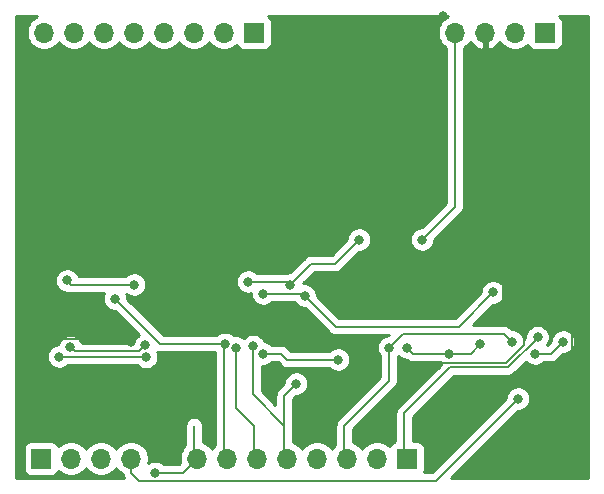
<source format=gbr>
%TF.GenerationSoftware,KiCad,Pcbnew,(5.1.10-1-10_14)*%
%TF.CreationDate,2021-09-22T20:52:25-04:00*%
%TF.ProjectId,SHIFT,53484946-542e-46b6-9963-61645f706362,rev?*%
%TF.SameCoordinates,Original*%
%TF.FileFunction,Copper,L2,Bot*%
%TF.FilePolarity,Positive*%
%FSLAX46Y46*%
G04 Gerber Fmt 4.6, Leading zero omitted, Abs format (unit mm)*
G04 Created by KiCad (PCBNEW (5.1.10-1-10_14)) date 2021-09-22 20:52:25*
%MOMM*%
%LPD*%
G01*
G04 APERTURE LIST*
%TA.AperFunction,ComponentPad*%
%ADD10R,1.700000X1.700000*%
%TD*%
%TA.AperFunction,ComponentPad*%
%ADD11O,1.700000X1.700000*%
%TD*%
%TA.AperFunction,ViaPad*%
%ADD12C,0.800000*%
%TD*%
%TA.AperFunction,Conductor*%
%ADD13C,0.200000*%
%TD*%
%TA.AperFunction,Conductor*%
%ADD14C,0.254000*%
%TD*%
%TA.AperFunction,Conductor*%
%ADD15C,0.100000*%
%TD*%
G04 APERTURE END LIST*
D10*
%TO.P,J4,1*%
%TO.N,SHIFT_SEL_0*%
X129794000Y-87884000D03*
D11*
%TO.P,J4,2*%
%TO.N,SHIFT_SEL_1*%
X132334000Y-87884000D03*
%TO.P,J4,3*%
%TO.N,ARITH_CARRY_OUT*%
X134874000Y-87884000D03*
%TO.P,J4,4*%
%TO.N,ARITH_CARRY_IN*%
X137414000Y-87884000D03*
%TD*%
%TO.P,J1,4*%
%TO.N,VCC*%
X164846000Y-51816000D03*
%TO.P,J1,3*%
%TO.N,GND*%
X167386000Y-51816000D03*
%TO.P,J1,2*%
%TO.N,LHS_IN*%
X169926000Y-51816000D03*
D10*
%TO.P,J1,1*%
%TO.N,CLOCK*%
X172466000Y-51816000D03*
%TD*%
D11*
%TO.P,J3,8*%
%TO.N,D7*%
X143002000Y-87884000D03*
%TO.P,J3,7*%
%TO.N,D6*%
X145542000Y-87884000D03*
%TO.P,J3,6*%
%TO.N,D5*%
X148082000Y-87884000D03*
%TO.P,J3,5*%
%TO.N,D4*%
X150622000Y-87884000D03*
%TO.P,J3,4*%
%TO.N,D3*%
X153162000Y-87884000D03*
%TO.P,J3,3*%
%TO.N,D2*%
X155702000Y-87884000D03*
%TO.P,J3,2*%
%TO.N,D1*%
X158242000Y-87884000D03*
D10*
%TO.P,J3,1*%
%TO.N,D0*%
X160782000Y-87884000D03*
%TD*%
D11*
%TO.P,J2,8*%
%TO.N,LHS7*%
X130048000Y-51816000D03*
%TO.P,J2,7*%
%TO.N,LHS6*%
X132588000Y-51816000D03*
%TO.P,J2,6*%
%TO.N,LHS5*%
X135128000Y-51816000D03*
%TO.P,J2,5*%
%TO.N,LHS4*%
X137668000Y-51816000D03*
%TO.P,J2,4*%
%TO.N,LHS3*%
X140208000Y-51816000D03*
%TO.P,J2,3*%
%TO.N,LHS2*%
X142748000Y-51816000D03*
%TO.P,J2,2*%
%TO.N,LHS1*%
X145288000Y-51816000D03*
D10*
%TO.P,J2,1*%
%TO.N,LHS0*%
X147828000Y-51816000D03*
%TD*%
D12*
%TO.N,VCC*%
X150876000Y-73152000D03*
X162052000Y-69342000D03*
X156718000Y-69342000D03*
X147320000Y-72898000D03*
X137668000Y-73152000D03*
X132000000Y-72800000D03*
%TO.N,GND*%
X133350000Y-77724000D03*
X129032000Y-79248000D03*
X128493775Y-77877835D03*
X129286000Y-71628000D03*
X171704000Y-69596000D03*
X168910000Y-69596000D03*
X163322000Y-80010000D03*
X137414000Y-77978000D03*
X157480000Y-74422000D03*
X173482000Y-82804000D03*
X152908000Y-82804000D03*
X149352000Y-82550000D03*
X163820000Y-50430000D03*
%TO.N,SHIFT_SEL_1*%
X164338000Y-78994000D03*
X148590000Y-78994000D03*
X154940000Y-79502000D03*
X166996108Y-78170010D03*
X131318000Y-79248000D03*
X160782000Y-78486000D03*
X138687820Y-79289848D03*
%TO.N,SHIFT_SEL_0*%
X148590000Y-73914000D03*
X152112696Y-74099290D03*
X132268268Y-78424010D03*
X138617328Y-78292324D03*
X168060000Y-73810000D03*
%TO.N,ARITH_CARRY_IN*%
X170180000Y-82804000D03*
%TO.N,Q1*%
X173990000Y-77978000D03*
X171619979Y-78997011D03*
%TO.N,D6*%
X145355305Y-78169769D03*
X136043179Y-74352841D03*
%TO.N,D7*%
X139446000Y-89092010D03*
%TO.N,D5*%
X146304000Y-78486000D03*
%TO.N,D4*%
X151384000Y-81534000D03*
X147736810Y-78358174D03*
%TO.N,D2*%
X159258000Y-78486000D03*
X169672000Y-77978000D03*
%TO.N,D0*%
X171831000Y-77597000D03*
%TD*%
D13*
%TO.N,VCC*%
X150876000Y-73152000D02*
X152654000Y-71374000D01*
X152654000Y-71374000D02*
X153162000Y-71374000D01*
X153162000Y-71374000D02*
X153416000Y-71374000D01*
X153416000Y-71374000D02*
X154686000Y-71374000D01*
X154686000Y-71374000D02*
X156718000Y-69342000D01*
X164846000Y-66548000D02*
X162052000Y-69342000D01*
X164846000Y-54356000D02*
X164846000Y-66548000D01*
X150622000Y-72898000D02*
X147320000Y-72898000D01*
X150876000Y-73152000D02*
X150622000Y-72898000D01*
X164846000Y-54356000D02*
X164846000Y-51816000D01*
X132352000Y-73152000D02*
X132000000Y-72800000D01*
X137668000Y-73152000D02*
X132352000Y-73152000D01*
%TO.N,GND*%
X133350000Y-77724000D02*
X128647610Y-77724000D01*
X128524000Y-78740000D02*
X128524000Y-77908060D01*
X128647610Y-77724000D02*
X128493775Y-77877835D01*
X128524000Y-77908060D02*
X128493775Y-77877835D01*
X128524000Y-78740000D02*
X129032000Y-79248000D01*
X133350000Y-77724000D02*
X133350000Y-76708000D01*
X133350000Y-76708000D02*
X129286000Y-72644000D01*
X129286000Y-72644000D02*
X129286000Y-71628000D01*
X171704000Y-69596000D02*
X168910000Y-69596000D01*
X168910000Y-75184000D02*
X170688000Y-76962000D01*
X170688000Y-76962000D02*
X170688000Y-78232000D01*
X170688000Y-78232000D02*
X169164000Y-79756000D01*
X169164000Y-79756000D02*
X163830000Y-79756000D01*
X163576000Y-80010000D02*
X163322000Y-80010000D01*
X163830000Y-79756000D02*
X163576000Y-80010000D01*
X137160000Y-77724000D02*
X137414000Y-77978000D01*
X133350000Y-77724000D02*
X137160000Y-77724000D01*
X157480000Y-74422000D02*
X160020000Y-74422000D01*
X164846000Y-69596000D02*
X168910000Y-69596000D01*
X160020000Y-74422000D02*
X164846000Y-69596000D01*
X173482000Y-82804000D02*
X173482000Y-80264000D01*
X173482000Y-80264000D02*
X174752000Y-78994000D01*
X174752000Y-78994000D02*
X174752000Y-77216000D01*
X174752000Y-77216000D02*
X172974000Y-75438000D01*
X170434000Y-75438000D02*
X168910000Y-73914000D01*
X172974000Y-75438000D02*
X170434000Y-75438000D01*
X168910000Y-73914000D02*
X168910000Y-75184000D01*
X168910000Y-69596000D02*
X168910000Y-73914000D01*
X152908000Y-82804000D02*
X152908000Y-81026000D01*
X152908000Y-81026000D02*
X152654000Y-81026000D01*
X152654000Y-81026000D02*
X152146000Y-80518000D01*
X152146000Y-80518000D02*
X151130000Y-80518000D01*
X151130000Y-80518000D02*
X149352000Y-82296000D01*
X149352000Y-82296000D02*
X149352000Y-82550000D01*
%TO.N,SHIFT_SEL_1*%
X148590000Y-78994000D02*
X150114000Y-78994000D01*
X150114000Y-78994000D02*
X150622000Y-79502000D01*
X150622000Y-79502000D02*
X154940000Y-79502000D01*
X164338000Y-78994000D02*
X166172118Y-78994000D01*
X166172118Y-78994000D02*
X166996108Y-78170010D01*
X161290000Y-78994000D02*
X164338000Y-78994000D01*
X160782000Y-78486000D02*
X161290000Y-78994000D01*
X138645972Y-79248000D02*
X138687820Y-79289848D01*
X131318000Y-79248000D02*
X138645972Y-79248000D01*
%TO.N,SHIFT_SEL_0*%
X151927406Y-73914000D02*
X152112696Y-74099290D01*
X148590000Y-73914000D02*
X151927406Y-73914000D01*
X132268268Y-78424010D02*
X132668267Y-78824009D01*
X132668267Y-78824009D02*
X138085643Y-78824009D01*
X138085643Y-78824009D02*
X138617328Y-78292324D01*
X154721406Y-76708000D02*
X165162000Y-76708000D01*
X152112696Y-74099290D02*
X154721406Y-76708000D01*
X165162000Y-76708000D02*
X168060000Y-73810000D01*
%TO.N,ARITH_CARRY_IN*%
X137414000Y-89086081D02*
X137414000Y-87884000D01*
X170180000Y-82804000D02*
X163191989Y-89792011D01*
X138119930Y-89792011D02*
X137414000Y-89086081D01*
X163191989Y-89792011D02*
X138119930Y-89792011D01*
%TO.N,Q1*%
X173990000Y-77978000D02*
X172970989Y-78997011D01*
X172970989Y-78997011D02*
X171619979Y-78997011D01*
%TO.N,D6*%
X139860107Y-78169769D02*
X136043179Y-74352841D01*
X145355305Y-78169769D02*
X139860107Y-78169769D01*
X145288000Y-87630000D02*
X145542000Y-87884000D01*
X145288000Y-78237074D02*
X145288000Y-87630000D01*
X145355305Y-78169769D02*
X145288000Y-78237074D01*
%TO.N,D7*%
X142748000Y-88138000D02*
X141793990Y-89092010D01*
X141793990Y-89092010D02*
X139446000Y-89092010D01*
X142748000Y-85090000D02*
X142748000Y-88138000D01*
%TO.N,D5*%
X146304000Y-83566000D02*
X147828000Y-85090000D01*
X146304000Y-78486000D02*
X146304000Y-83566000D01*
X147828000Y-87630000D02*
X148082000Y-87884000D01*
X147828000Y-85090000D02*
X147828000Y-87630000D01*
%TO.N,D4*%
X150368000Y-82550000D02*
X150368000Y-85090000D01*
X151384000Y-81534000D02*
X150368000Y-82550000D01*
X150368000Y-85090000D02*
X147736810Y-82458810D01*
X147736810Y-82458810D02*
X147736810Y-78358174D01*
X150368000Y-87630000D02*
X150622000Y-87884000D01*
X150368000Y-85090000D02*
X150368000Y-87630000D01*
%TO.N,D2*%
X159258000Y-81280000D02*
X155448000Y-85090000D01*
X159258000Y-78486000D02*
X159258000Y-81280000D01*
X169018001Y-77324001D02*
X169672000Y-77978000D01*
X160419999Y-77324001D02*
X169018001Y-77324001D01*
X159258000Y-78486000D02*
X160419999Y-77324001D01*
X155448000Y-87630000D02*
X155702000Y-87884000D01*
X155448000Y-85090000D02*
X155448000Y-87630000D01*
%TO.N,D0*%
X171958000Y-77470000D02*
X171831000Y-77597000D01*
X171831000Y-77654700D02*
X169329689Y-80156011D01*
X160528000Y-84040000D02*
X160528000Y-87630000D01*
X164411989Y-80156011D02*
X160528000Y-84040000D01*
X169329689Y-80156011D02*
X164411989Y-80156011D01*
X160528000Y-87630000D02*
X160782000Y-87884000D01*
X171831000Y-77597000D02*
X171831000Y-77654700D01*
%TD*%
D14*
%TO.N,GND*%
X129344589Y-50500010D02*
X129101368Y-50662525D01*
X128894525Y-50869368D01*
X128732010Y-51112589D01*
X128620068Y-51382842D01*
X128563000Y-51669740D01*
X128563000Y-51962260D01*
X128620068Y-52249158D01*
X128732010Y-52519411D01*
X128894525Y-52762632D01*
X129101368Y-52969475D01*
X129344589Y-53131990D01*
X129614842Y-53243932D01*
X129901740Y-53301000D01*
X130194260Y-53301000D01*
X130481158Y-53243932D01*
X130751411Y-53131990D01*
X130994632Y-52969475D01*
X131201475Y-52762632D01*
X131318000Y-52588240D01*
X131434525Y-52762632D01*
X131641368Y-52969475D01*
X131884589Y-53131990D01*
X132154842Y-53243932D01*
X132441740Y-53301000D01*
X132734260Y-53301000D01*
X133021158Y-53243932D01*
X133291411Y-53131990D01*
X133534632Y-52969475D01*
X133741475Y-52762632D01*
X133858000Y-52588240D01*
X133974525Y-52762632D01*
X134181368Y-52969475D01*
X134424589Y-53131990D01*
X134694842Y-53243932D01*
X134981740Y-53301000D01*
X135274260Y-53301000D01*
X135561158Y-53243932D01*
X135831411Y-53131990D01*
X136074632Y-52969475D01*
X136281475Y-52762632D01*
X136398000Y-52588240D01*
X136514525Y-52762632D01*
X136721368Y-52969475D01*
X136964589Y-53131990D01*
X137234842Y-53243932D01*
X137521740Y-53301000D01*
X137814260Y-53301000D01*
X138101158Y-53243932D01*
X138371411Y-53131990D01*
X138614632Y-52969475D01*
X138821475Y-52762632D01*
X138938000Y-52588240D01*
X139054525Y-52762632D01*
X139261368Y-52969475D01*
X139504589Y-53131990D01*
X139774842Y-53243932D01*
X140061740Y-53301000D01*
X140354260Y-53301000D01*
X140641158Y-53243932D01*
X140911411Y-53131990D01*
X141154632Y-52969475D01*
X141361475Y-52762632D01*
X141478000Y-52588240D01*
X141594525Y-52762632D01*
X141801368Y-52969475D01*
X142044589Y-53131990D01*
X142314842Y-53243932D01*
X142601740Y-53301000D01*
X142894260Y-53301000D01*
X143181158Y-53243932D01*
X143451411Y-53131990D01*
X143694632Y-52969475D01*
X143901475Y-52762632D01*
X144018000Y-52588240D01*
X144134525Y-52762632D01*
X144341368Y-52969475D01*
X144584589Y-53131990D01*
X144854842Y-53243932D01*
X145141740Y-53301000D01*
X145434260Y-53301000D01*
X145721158Y-53243932D01*
X145991411Y-53131990D01*
X146234632Y-52969475D01*
X146366487Y-52837620D01*
X146388498Y-52910180D01*
X146447463Y-53020494D01*
X146526815Y-53117185D01*
X146623506Y-53196537D01*
X146733820Y-53255502D01*
X146853518Y-53291812D01*
X146978000Y-53304072D01*
X148678000Y-53304072D01*
X148802482Y-53291812D01*
X148922180Y-53255502D01*
X149032494Y-53196537D01*
X149129185Y-53117185D01*
X149208537Y-53020494D01*
X149267502Y-52910180D01*
X149303812Y-52790482D01*
X149316072Y-52666000D01*
X149316072Y-50966000D01*
X149303812Y-50841518D01*
X149267502Y-50721820D01*
X149208537Y-50611506D01*
X149129185Y-50514815D01*
X149042896Y-50444000D01*
X164277810Y-50444000D01*
X164142589Y-50500010D01*
X163899368Y-50662525D01*
X163692525Y-50869368D01*
X163530010Y-51112589D01*
X163418068Y-51382842D01*
X163361000Y-51669740D01*
X163361000Y-51962260D01*
X163418068Y-52249158D01*
X163530010Y-52519411D01*
X163692525Y-52762632D01*
X163899368Y-52969475D01*
X164111000Y-53110883D01*
X164111000Y-54319896D01*
X164111001Y-66243552D01*
X162047554Y-68307000D01*
X161950061Y-68307000D01*
X161750102Y-68346774D01*
X161561744Y-68424795D01*
X161392226Y-68538063D01*
X161248063Y-68682226D01*
X161134795Y-68851744D01*
X161056774Y-69040102D01*
X161017000Y-69240061D01*
X161017000Y-69443939D01*
X161056774Y-69643898D01*
X161134795Y-69832256D01*
X161248063Y-70001774D01*
X161392226Y-70145937D01*
X161561744Y-70259205D01*
X161750102Y-70337226D01*
X161950061Y-70377000D01*
X162153939Y-70377000D01*
X162353898Y-70337226D01*
X162542256Y-70259205D01*
X162711774Y-70145937D01*
X162855937Y-70001774D01*
X162969205Y-69832256D01*
X163047226Y-69643898D01*
X163087000Y-69443939D01*
X163087000Y-69346446D01*
X165340193Y-67093254D01*
X165368238Y-67070238D01*
X165460087Y-66958320D01*
X165528337Y-66830634D01*
X165570365Y-66692085D01*
X165584556Y-66548000D01*
X165581000Y-66511895D01*
X165581000Y-53110883D01*
X165792632Y-52969475D01*
X165999475Y-52762632D01*
X166121195Y-52580466D01*
X166190822Y-52697355D01*
X166385731Y-52913588D01*
X166619080Y-53087641D01*
X166881901Y-53212825D01*
X167029110Y-53257476D01*
X167259000Y-53136155D01*
X167259000Y-51943000D01*
X167239000Y-51943000D01*
X167239000Y-51689000D01*
X167259000Y-51689000D01*
X167259000Y-51669000D01*
X167513000Y-51669000D01*
X167513000Y-51689000D01*
X167533000Y-51689000D01*
X167533000Y-51943000D01*
X167513000Y-51943000D01*
X167513000Y-53136155D01*
X167742890Y-53257476D01*
X167890099Y-53212825D01*
X168152920Y-53087641D01*
X168386269Y-52913588D01*
X168581178Y-52697355D01*
X168650805Y-52580466D01*
X168772525Y-52762632D01*
X168979368Y-52969475D01*
X169222589Y-53131990D01*
X169492842Y-53243932D01*
X169779740Y-53301000D01*
X170072260Y-53301000D01*
X170359158Y-53243932D01*
X170629411Y-53131990D01*
X170872632Y-52969475D01*
X171004487Y-52837620D01*
X171026498Y-52910180D01*
X171085463Y-53020494D01*
X171164815Y-53117185D01*
X171261506Y-53196537D01*
X171371820Y-53255502D01*
X171491518Y-53291812D01*
X171616000Y-53304072D01*
X173316000Y-53304072D01*
X173440482Y-53291812D01*
X173560180Y-53255502D01*
X173670494Y-53196537D01*
X173767185Y-53117185D01*
X173846537Y-53020494D01*
X173905502Y-52910180D01*
X173941812Y-52790482D01*
X173954072Y-52666000D01*
X173954072Y-50966000D01*
X173941812Y-50841518D01*
X173905502Y-50721820D01*
X173846537Y-50611506D01*
X173767185Y-50514815D01*
X173680896Y-50444000D01*
X176124000Y-50444000D01*
X176124001Y-52037572D01*
X176124000Y-52037582D01*
X176124001Y-89510000D01*
X164513446Y-89510000D01*
X170184447Y-83839000D01*
X170281939Y-83839000D01*
X170481898Y-83799226D01*
X170670256Y-83721205D01*
X170839774Y-83607937D01*
X170983937Y-83463774D01*
X171097205Y-83294256D01*
X171175226Y-83105898D01*
X171215000Y-82905939D01*
X171215000Y-82702061D01*
X171175226Y-82502102D01*
X171097205Y-82313744D01*
X170983937Y-82144226D01*
X170839774Y-82000063D01*
X170670256Y-81886795D01*
X170481898Y-81808774D01*
X170281939Y-81769000D01*
X170078061Y-81769000D01*
X169878102Y-81808774D01*
X169689744Y-81886795D01*
X169520226Y-82000063D01*
X169376063Y-82144226D01*
X169262795Y-82313744D01*
X169184774Y-82502102D01*
X169145000Y-82702061D01*
X169145000Y-82799553D01*
X162887543Y-89057011D01*
X162179365Y-89057011D01*
X162221502Y-88978180D01*
X162257812Y-88858482D01*
X162270072Y-88734000D01*
X162270072Y-87034000D01*
X162257812Y-86909518D01*
X162221502Y-86789820D01*
X162162537Y-86679506D01*
X162083185Y-86582815D01*
X161986494Y-86503463D01*
X161876180Y-86444498D01*
X161756482Y-86408188D01*
X161632000Y-86395928D01*
X161263000Y-86395928D01*
X161263000Y-84344446D01*
X164716436Y-80891011D01*
X169293584Y-80891011D01*
X169329689Y-80894567D01*
X169365794Y-80891011D01*
X169473774Y-80880376D01*
X169612322Y-80838348D01*
X169740009Y-80770098D01*
X169851927Y-80678249D01*
X169874948Y-80650199D01*
X170842202Y-79682945D01*
X170960205Y-79800948D01*
X171129723Y-79914216D01*
X171318081Y-79992237D01*
X171518040Y-80032011D01*
X171721918Y-80032011D01*
X171921877Y-79992237D01*
X172110235Y-79914216D01*
X172279753Y-79800948D01*
X172348690Y-79732011D01*
X172934884Y-79732011D01*
X172970989Y-79735567D01*
X173007094Y-79732011D01*
X173115074Y-79721376D01*
X173253622Y-79679348D01*
X173381309Y-79611098D01*
X173493227Y-79519249D01*
X173516247Y-79491199D01*
X173994446Y-79013000D01*
X174091939Y-79013000D01*
X174291898Y-78973226D01*
X174480256Y-78895205D01*
X174649774Y-78781937D01*
X174793937Y-78637774D01*
X174907205Y-78468256D01*
X174985226Y-78279898D01*
X175025000Y-78079939D01*
X175025000Y-77876061D01*
X174985226Y-77676102D01*
X174907205Y-77487744D01*
X174793937Y-77318226D01*
X174649774Y-77174063D01*
X174480256Y-77060795D01*
X174291898Y-76982774D01*
X174091939Y-76943000D01*
X173888061Y-76943000D01*
X173688102Y-76982774D01*
X173499744Y-77060795D01*
X173330226Y-77174063D01*
X173186063Y-77318226D01*
X173072795Y-77487744D01*
X172994774Y-77676102D01*
X172955000Y-77876061D01*
X172955000Y-77973554D01*
X172666543Y-78262011D01*
X172629700Y-78262011D01*
X172634937Y-78256774D01*
X172748205Y-78087256D01*
X172826226Y-77898898D01*
X172866000Y-77698939D01*
X172866000Y-77495061D01*
X172826226Y-77295102D01*
X172748205Y-77106744D01*
X172634937Y-76937226D01*
X172490774Y-76793063D01*
X172321256Y-76679795D01*
X172132898Y-76601774D01*
X171932939Y-76562000D01*
X171729061Y-76562000D01*
X171529102Y-76601774D01*
X171340744Y-76679795D01*
X171171226Y-76793063D01*
X171027063Y-76937226D01*
X170913795Y-77106744D01*
X170835774Y-77295102D01*
X170796000Y-77495061D01*
X170796000Y-77650253D01*
X170684302Y-77761951D01*
X170667226Y-77676102D01*
X170589205Y-77487744D01*
X170475937Y-77318226D01*
X170331774Y-77174063D01*
X170162256Y-77060795D01*
X169973898Y-76982774D01*
X169773939Y-76943000D01*
X169676446Y-76943000D01*
X169563259Y-76829813D01*
X169540239Y-76801763D01*
X169428321Y-76709914D01*
X169300634Y-76641664D01*
X169162086Y-76599636D01*
X169054106Y-76589001D01*
X169018001Y-76585445D01*
X168981896Y-76589001D01*
X166320445Y-76589001D01*
X168064447Y-74845000D01*
X168161939Y-74845000D01*
X168361898Y-74805226D01*
X168550256Y-74727205D01*
X168719774Y-74613937D01*
X168863937Y-74469774D01*
X168977205Y-74300256D01*
X169055226Y-74111898D01*
X169095000Y-73911939D01*
X169095000Y-73708061D01*
X169055226Y-73508102D01*
X168977205Y-73319744D01*
X168863937Y-73150226D01*
X168719774Y-73006063D01*
X168550256Y-72892795D01*
X168361898Y-72814774D01*
X168161939Y-72775000D01*
X167958061Y-72775000D01*
X167758102Y-72814774D01*
X167569744Y-72892795D01*
X167400226Y-73006063D01*
X167256063Y-73150226D01*
X167142795Y-73319744D01*
X167064774Y-73508102D01*
X167025000Y-73708061D01*
X167025000Y-73805553D01*
X164857554Y-75973000D01*
X155025853Y-75973000D01*
X153147696Y-74094844D01*
X153147696Y-73997351D01*
X153107922Y-73797392D01*
X153029901Y-73609034D01*
X152916633Y-73439516D01*
X152772470Y-73295353D01*
X152602952Y-73182085D01*
X152414594Y-73104064D01*
X152214635Y-73064290D01*
X152010757Y-73064290D01*
X152001269Y-73066177D01*
X152958447Y-72109000D01*
X154649895Y-72109000D01*
X154686000Y-72112556D01*
X154722105Y-72109000D01*
X154830085Y-72098365D01*
X154968633Y-72056337D01*
X155096320Y-71988087D01*
X155208238Y-71896238D01*
X155231258Y-71868188D01*
X156722447Y-70377000D01*
X156819939Y-70377000D01*
X157019898Y-70337226D01*
X157208256Y-70259205D01*
X157377774Y-70145937D01*
X157521937Y-70001774D01*
X157635205Y-69832256D01*
X157713226Y-69643898D01*
X157753000Y-69443939D01*
X157753000Y-69240061D01*
X157713226Y-69040102D01*
X157635205Y-68851744D01*
X157521937Y-68682226D01*
X157377774Y-68538063D01*
X157208256Y-68424795D01*
X157019898Y-68346774D01*
X156819939Y-68307000D01*
X156616061Y-68307000D01*
X156416102Y-68346774D01*
X156227744Y-68424795D01*
X156058226Y-68538063D01*
X155914063Y-68682226D01*
X155800795Y-68851744D01*
X155722774Y-69040102D01*
X155683000Y-69240061D01*
X155683000Y-69337553D01*
X154381554Y-70639000D01*
X152690105Y-70639000D01*
X152654000Y-70635444D01*
X152509915Y-70649635D01*
X152371366Y-70691663D01*
X152243680Y-70759913D01*
X152131762Y-70851762D01*
X152108746Y-70879807D01*
X150871554Y-72117000D01*
X150774061Y-72117000D01*
X150574102Y-72156774D01*
X150559071Y-72163000D01*
X148048711Y-72163000D01*
X147979774Y-72094063D01*
X147810256Y-71980795D01*
X147621898Y-71902774D01*
X147421939Y-71863000D01*
X147218061Y-71863000D01*
X147018102Y-71902774D01*
X146829744Y-71980795D01*
X146660226Y-72094063D01*
X146516063Y-72238226D01*
X146402795Y-72407744D01*
X146324774Y-72596102D01*
X146285000Y-72796061D01*
X146285000Y-72999939D01*
X146324774Y-73199898D01*
X146402795Y-73388256D01*
X146516063Y-73557774D01*
X146660226Y-73701937D01*
X146829744Y-73815205D01*
X147018102Y-73893226D01*
X147218061Y-73933000D01*
X147421939Y-73933000D01*
X147555000Y-73906533D01*
X147555000Y-74015939D01*
X147594774Y-74215898D01*
X147672795Y-74404256D01*
X147786063Y-74573774D01*
X147930226Y-74717937D01*
X148099744Y-74831205D01*
X148288102Y-74909226D01*
X148488061Y-74949000D01*
X148691939Y-74949000D01*
X148891898Y-74909226D01*
X149080256Y-74831205D01*
X149249774Y-74717937D01*
X149318711Y-74649000D01*
X151235217Y-74649000D01*
X151308759Y-74759064D01*
X151452922Y-74903227D01*
X151622440Y-75016495D01*
X151810798Y-75094516D01*
X152010757Y-75134290D01*
X152108250Y-75134290D01*
X154176152Y-77202193D01*
X154199168Y-77230238D01*
X154311086Y-77322087D01*
X154438773Y-77390337D01*
X154535292Y-77419616D01*
X154577320Y-77432365D01*
X154721405Y-77446556D01*
X154757510Y-77443000D01*
X159261554Y-77443000D01*
X159253554Y-77451000D01*
X159156061Y-77451000D01*
X158956102Y-77490774D01*
X158767744Y-77568795D01*
X158598226Y-77682063D01*
X158454063Y-77826226D01*
X158340795Y-77995744D01*
X158262774Y-78184102D01*
X158223000Y-78384061D01*
X158223000Y-78587939D01*
X158262774Y-78787898D01*
X158340795Y-78976256D01*
X158454063Y-79145774D01*
X158523000Y-79214711D01*
X158523001Y-80975552D01*
X154953808Y-84544746D01*
X154925762Y-84567763D01*
X154833913Y-84679681D01*
X154765663Y-84807368D01*
X154736384Y-84903887D01*
X154723635Y-84945915D01*
X154709444Y-85090000D01*
X154713000Y-85126105D01*
X154713001Y-86772892D01*
X154548525Y-86937368D01*
X154432000Y-87111760D01*
X154315475Y-86937368D01*
X154108632Y-86730525D01*
X153865411Y-86568010D01*
X153595158Y-86456068D01*
X153308260Y-86399000D01*
X153015740Y-86399000D01*
X152728842Y-86456068D01*
X152458589Y-86568010D01*
X152215368Y-86730525D01*
X152008525Y-86937368D01*
X151892000Y-87111760D01*
X151775475Y-86937368D01*
X151568632Y-86730525D01*
X151325411Y-86568010D01*
X151103000Y-86475885D01*
X151103000Y-85126105D01*
X151106556Y-85090000D01*
X151103000Y-85053895D01*
X151103000Y-82854446D01*
X151388446Y-82569000D01*
X151485939Y-82569000D01*
X151685898Y-82529226D01*
X151874256Y-82451205D01*
X152043774Y-82337937D01*
X152187937Y-82193774D01*
X152301205Y-82024256D01*
X152379226Y-81835898D01*
X152419000Y-81635939D01*
X152419000Y-81432061D01*
X152379226Y-81232102D01*
X152301205Y-81043744D01*
X152187937Y-80874226D01*
X152043774Y-80730063D01*
X151874256Y-80616795D01*
X151685898Y-80538774D01*
X151485939Y-80499000D01*
X151282061Y-80499000D01*
X151082102Y-80538774D01*
X150893744Y-80616795D01*
X150724226Y-80730063D01*
X150580063Y-80874226D01*
X150466795Y-81043744D01*
X150388774Y-81232102D01*
X150349000Y-81432061D01*
X150349000Y-81529554D01*
X149873808Y-82004746D01*
X149845762Y-82027763D01*
X149753913Y-82139681D01*
X149685663Y-82267368D01*
X149664256Y-82337937D01*
X149643635Y-82405915D01*
X149629444Y-82550000D01*
X149633000Y-82586105D01*
X149633000Y-83315554D01*
X148471810Y-82154364D01*
X148471810Y-80025768D01*
X148488061Y-80029000D01*
X148691939Y-80029000D01*
X148891898Y-79989226D01*
X149080256Y-79911205D01*
X149249774Y-79797937D01*
X149318711Y-79729000D01*
X149809554Y-79729000D01*
X150076746Y-79996192D01*
X150099762Y-80024238D01*
X150211680Y-80116087D01*
X150339367Y-80184337D01*
X150477915Y-80226365D01*
X150585895Y-80237000D01*
X150585904Y-80237000D01*
X150621999Y-80240555D01*
X150658094Y-80237000D01*
X154211289Y-80237000D01*
X154280226Y-80305937D01*
X154449744Y-80419205D01*
X154638102Y-80497226D01*
X154838061Y-80537000D01*
X155041939Y-80537000D01*
X155241898Y-80497226D01*
X155430256Y-80419205D01*
X155599774Y-80305937D01*
X155743937Y-80161774D01*
X155857205Y-79992256D01*
X155935226Y-79803898D01*
X155975000Y-79603939D01*
X155975000Y-79400061D01*
X155935226Y-79200102D01*
X155857205Y-79011744D01*
X155743937Y-78842226D01*
X155599774Y-78698063D01*
X155430256Y-78584795D01*
X155241898Y-78506774D01*
X155041939Y-78467000D01*
X154838061Y-78467000D01*
X154638102Y-78506774D01*
X154449744Y-78584795D01*
X154280226Y-78698063D01*
X154211289Y-78767000D01*
X150926447Y-78767000D01*
X150659258Y-78499812D01*
X150636238Y-78471762D01*
X150524320Y-78379913D01*
X150396633Y-78311663D01*
X150258085Y-78269635D01*
X150150105Y-78259000D01*
X150114000Y-78255444D01*
X150077895Y-78259000D01*
X149318711Y-78259000D01*
X149249774Y-78190063D01*
X149080256Y-78076795D01*
X148891898Y-77998774D01*
X148691939Y-77959000D01*
X148691743Y-77959000D01*
X148654015Y-77867918D01*
X148540747Y-77698400D01*
X148396584Y-77554237D01*
X148227066Y-77440969D01*
X148038708Y-77362948D01*
X147838749Y-77323174D01*
X147634871Y-77323174D01*
X147434912Y-77362948D01*
X147246554Y-77440969D01*
X147077036Y-77554237D01*
X146955044Y-77676229D01*
X146794256Y-77568795D01*
X146605898Y-77490774D01*
X146405939Y-77451000D01*
X146202061Y-77451000D01*
X146117139Y-77467892D01*
X146015079Y-77365832D01*
X145845561Y-77252564D01*
X145657203Y-77174543D01*
X145457244Y-77134769D01*
X145253366Y-77134769D01*
X145053407Y-77174543D01*
X144865049Y-77252564D01*
X144695531Y-77365832D01*
X144626594Y-77434769D01*
X140164554Y-77434769D01*
X137078179Y-74348395D01*
X137078179Y-74250902D01*
X137038405Y-74050943D01*
X136992565Y-73940276D01*
X137008226Y-73955937D01*
X137177744Y-74069205D01*
X137366102Y-74147226D01*
X137566061Y-74187000D01*
X137769939Y-74187000D01*
X137969898Y-74147226D01*
X138158256Y-74069205D01*
X138327774Y-73955937D01*
X138471937Y-73811774D01*
X138585205Y-73642256D01*
X138663226Y-73453898D01*
X138703000Y-73253939D01*
X138703000Y-73050061D01*
X138663226Y-72850102D01*
X138585205Y-72661744D01*
X138471937Y-72492226D01*
X138327774Y-72348063D01*
X138158256Y-72234795D01*
X137969898Y-72156774D01*
X137769939Y-72117000D01*
X137566061Y-72117000D01*
X137366102Y-72156774D01*
X137177744Y-72234795D01*
X137008226Y-72348063D01*
X136939289Y-72417000D01*
X132961632Y-72417000D01*
X132917205Y-72309744D01*
X132803937Y-72140226D01*
X132659774Y-71996063D01*
X132490256Y-71882795D01*
X132301898Y-71804774D01*
X132101939Y-71765000D01*
X131898061Y-71765000D01*
X131698102Y-71804774D01*
X131509744Y-71882795D01*
X131340226Y-71996063D01*
X131196063Y-72140226D01*
X131082795Y-72309744D01*
X131004774Y-72498102D01*
X130965000Y-72698061D01*
X130965000Y-72901939D01*
X131004774Y-73101898D01*
X131082795Y-73290256D01*
X131196063Y-73459774D01*
X131340226Y-73603937D01*
X131509744Y-73717205D01*
X131698102Y-73795226D01*
X131898061Y-73835000D01*
X132071553Y-73835000D01*
X132162488Y-73862585D01*
X132207914Y-73876365D01*
X132222132Y-73877765D01*
X132315895Y-73887000D01*
X132315902Y-73887000D01*
X132351999Y-73890555D01*
X132388096Y-73887000D01*
X135115861Y-73887000D01*
X135047953Y-74050943D01*
X135008179Y-74250902D01*
X135008179Y-74454780D01*
X135047953Y-74654739D01*
X135125974Y-74843097D01*
X135239242Y-75012615D01*
X135383405Y-75156778D01*
X135552923Y-75270046D01*
X135741281Y-75348067D01*
X135941240Y-75387841D01*
X136038733Y-75387841D01*
X138066490Y-77415599D01*
X137957554Y-77488387D01*
X137813391Y-77632550D01*
X137700123Y-77802068D01*
X137622102Y-77990426D01*
X137602493Y-78089009D01*
X133249782Y-78089009D01*
X133185473Y-77933754D01*
X133072205Y-77764236D01*
X132928042Y-77620073D01*
X132758524Y-77506805D01*
X132570166Y-77428784D01*
X132370207Y-77389010D01*
X132166329Y-77389010D01*
X131966370Y-77428784D01*
X131778012Y-77506805D01*
X131608494Y-77620073D01*
X131464331Y-77764236D01*
X131351063Y-77933754D01*
X131273042Y-78122112D01*
X131254963Y-78213000D01*
X131216061Y-78213000D01*
X131016102Y-78252774D01*
X130827744Y-78330795D01*
X130658226Y-78444063D01*
X130514063Y-78588226D01*
X130400795Y-78757744D01*
X130322774Y-78946102D01*
X130283000Y-79146061D01*
X130283000Y-79349939D01*
X130322774Y-79549898D01*
X130400795Y-79738256D01*
X130514063Y-79907774D01*
X130658226Y-80051937D01*
X130827744Y-80165205D01*
X131016102Y-80243226D01*
X131216061Y-80283000D01*
X131419939Y-80283000D01*
X131619898Y-80243226D01*
X131808256Y-80165205D01*
X131977774Y-80051937D01*
X132046711Y-79983000D01*
X137917261Y-79983000D01*
X138028046Y-80093785D01*
X138197564Y-80207053D01*
X138385922Y-80285074D01*
X138585881Y-80324848D01*
X138789759Y-80324848D01*
X138989718Y-80285074D01*
X139178076Y-80207053D01*
X139347594Y-80093785D01*
X139491757Y-79949622D01*
X139605025Y-79780104D01*
X139683046Y-79591746D01*
X139722820Y-79391787D01*
X139722820Y-79187909D01*
X139683046Y-78987950D01*
X139633862Y-78869211D01*
X139716022Y-78894134D01*
X139824002Y-78904769D01*
X139824011Y-78904769D01*
X139860106Y-78908324D01*
X139896201Y-78904769D01*
X144553000Y-78904769D01*
X144553001Y-86772892D01*
X144388525Y-86937368D01*
X144272000Y-87111760D01*
X144155475Y-86937368D01*
X143948632Y-86730525D01*
X143705411Y-86568010D01*
X143483000Y-86475885D01*
X143483000Y-85053895D01*
X143472365Y-84945915D01*
X143430337Y-84807367D01*
X143362087Y-84679680D01*
X143270237Y-84567762D01*
X143158319Y-84475913D01*
X143030632Y-84407663D01*
X142892084Y-84365635D01*
X142748000Y-84351444D01*
X142603915Y-84365635D01*
X142465367Y-84407663D01*
X142337680Y-84475913D01*
X142225762Y-84567763D01*
X142133913Y-84679681D01*
X142065663Y-84807368D01*
X142023635Y-84945916D01*
X142013000Y-85053896D01*
X142013001Y-86772892D01*
X141848525Y-86937368D01*
X141686010Y-87180589D01*
X141574068Y-87450842D01*
X141517000Y-87737740D01*
X141517000Y-88030260D01*
X141566656Y-88279897D01*
X141489544Y-88357010D01*
X140174711Y-88357010D01*
X140105774Y-88288073D01*
X139936256Y-88174805D01*
X139747898Y-88096784D01*
X139547939Y-88057010D01*
X139344061Y-88057010D01*
X139144102Y-88096784D01*
X138955744Y-88174805D01*
X138857143Y-88240688D01*
X138899000Y-88030260D01*
X138899000Y-87737740D01*
X138841932Y-87450842D01*
X138729990Y-87180589D01*
X138567475Y-86937368D01*
X138360632Y-86730525D01*
X138117411Y-86568010D01*
X137847158Y-86456068D01*
X137560260Y-86399000D01*
X137267740Y-86399000D01*
X136980842Y-86456068D01*
X136710589Y-86568010D01*
X136467368Y-86730525D01*
X136260525Y-86937368D01*
X136144000Y-87111760D01*
X136027475Y-86937368D01*
X135820632Y-86730525D01*
X135577411Y-86568010D01*
X135307158Y-86456068D01*
X135020260Y-86399000D01*
X134727740Y-86399000D01*
X134440842Y-86456068D01*
X134170589Y-86568010D01*
X133927368Y-86730525D01*
X133720525Y-86937368D01*
X133604000Y-87111760D01*
X133487475Y-86937368D01*
X133280632Y-86730525D01*
X133037411Y-86568010D01*
X132767158Y-86456068D01*
X132480260Y-86399000D01*
X132187740Y-86399000D01*
X131900842Y-86456068D01*
X131630589Y-86568010D01*
X131387368Y-86730525D01*
X131255513Y-86862380D01*
X131233502Y-86789820D01*
X131174537Y-86679506D01*
X131095185Y-86582815D01*
X130998494Y-86503463D01*
X130888180Y-86444498D01*
X130768482Y-86408188D01*
X130644000Y-86395928D01*
X128944000Y-86395928D01*
X128819518Y-86408188D01*
X128699820Y-86444498D01*
X128589506Y-86503463D01*
X128492815Y-86582815D01*
X128413463Y-86679506D01*
X128354498Y-86789820D01*
X128318188Y-86909518D01*
X128305928Y-87034000D01*
X128305928Y-88734000D01*
X128318188Y-88858482D01*
X128354498Y-88978180D01*
X128413463Y-89088494D01*
X128492815Y-89185185D01*
X128589506Y-89264537D01*
X128699820Y-89323502D01*
X128819518Y-89359812D01*
X128944000Y-89372072D01*
X130644000Y-89372072D01*
X130768482Y-89359812D01*
X130888180Y-89323502D01*
X130998494Y-89264537D01*
X131095185Y-89185185D01*
X131174537Y-89088494D01*
X131233502Y-88978180D01*
X131255513Y-88905620D01*
X131387368Y-89037475D01*
X131630589Y-89199990D01*
X131900842Y-89311932D01*
X132187740Y-89369000D01*
X132480260Y-89369000D01*
X132767158Y-89311932D01*
X133037411Y-89199990D01*
X133280632Y-89037475D01*
X133487475Y-88830632D01*
X133604000Y-88656240D01*
X133720525Y-88830632D01*
X133927368Y-89037475D01*
X134170589Y-89199990D01*
X134440842Y-89311932D01*
X134727740Y-89369000D01*
X135020260Y-89369000D01*
X135307158Y-89311932D01*
X135577411Y-89199990D01*
X135820632Y-89037475D01*
X136027475Y-88830632D01*
X136144000Y-88656240D01*
X136260525Y-88830632D01*
X136467368Y-89037475D01*
X136684978Y-89182877D01*
X136689635Y-89230165D01*
X136731663Y-89368713D01*
X136799913Y-89496400D01*
X136811074Y-89510000D01*
X127660000Y-89510000D01*
X127660000Y-50444000D01*
X129479810Y-50444000D01*
X129344589Y-50500010D01*
%TA.AperFunction,Conductor*%
D15*
G36*
X129344589Y-50500010D02*
G01*
X129101368Y-50662525D01*
X128894525Y-50869368D01*
X128732010Y-51112589D01*
X128620068Y-51382842D01*
X128563000Y-51669740D01*
X128563000Y-51962260D01*
X128620068Y-52249158D01*
X128732010Y-52519411D01*
X128894525Y-52762632D01*
X129101368Y-52969475D01*
X129344589Y-53131990D01*
X129614842Y-53243932D01*
X129901740Y-53301000D01*
X130194260Y-53301000D01*
X130481158Y-53243932D01*
X130751411Y-53131990D01*
X130994632Y-52969475D01*
X131201475Y-52762632D01*
X131318000Y-52588240D01*
X131434525Y-52762632D01*
X131641368Y-52969475D01*
X131884589Y-53131990D01*
X132154842Y-53243932D01*
X132441740Y-53301000D01*
X132734260Y-53301000D01*
X133021158Y-53243932D01*
X133291411Y-53131990D01*
X133534632Y-52969475D01*
X133741475Y-52762632D01*
X133858000Y-52588240D01*
X133974525Y-52762632D01*
X134181368Y-52969475D01*
X134424589Y-53131990D01*
X134694842Y-53243932D01*
X134981740Y-53301000D01*
X135274260Y-53301000D01*
X135561158Y-53243932D01*
X135831411Y-53131990D01*
X136074632Y-52969475D01*
X136281475Y-52762632D01*
X136398000Y-52588240D01*
X136514525Y-52762632D01*
X136721368Y-52969475D01*
X136964589Y-53131990D01*
X137234842Y-53243932D01*
X137521740Y-53301000D01*
X137814260Y-53301000D01*
X138101158Y-53243932D01*
X138371411Y-53131990D01*
X138614632Y-52969475D01*
X138821475Y-52762632D01*
X138938000Y-52588240D01*
X139054525Y-52762632D01*
X139261368Y-52969475D01*
X139504589Y-53131990D01*
X139774842Y-53243932D01*
X140061740Y-53301000D01*
X140354260Y-53301000D01*
X140641158Y-53243932D01*
X140911411Y-53131990D01*
X141154632Y-52969475D01*
X141361475Y-52762632D01*
X141478000Y-52588240D01*
X141594525Y-52762632D01*
X141801368Y-52969475D01*
X142044589Y-53131990D01*
X142314842Y-53243932D01*
X142601740Y-53301000D01*
X142894260Y-53301000D01*
X143181158Y-53243932D01*
X143451411Y-53131990D01*
X143694632Y-52969475D01*
X143901475Y-52762632D01*
X144018000Y-52588240D01*
X144134525Y-52762632D01*
X144341368Y-52969475D01*
X144584589Y-53131990D01*
X144854842Y-53243932D01*
X145141740Y-53301000D01*
X145434260Y-53301000D01*
X145721158Y-53243932D01*
X145991411Y-53131990D01*
X146234632Y-52969475D01*
X146366487Y-52837620D01*
X146388498Y-52910180D01*
X146447463Y-53020494D01*
X146526815Y-53117185D01*
X146623506Y-53196537D01*
X146733820Y-53255502D01*
X146853518Y-53291812D01*
X146978000Y-53304072D01*
X148678000Y-53304072D01*
X148802482Y-53291812D01*
X148922180Y-53255502D01*
X149032494Y-53196537D01*
X149129185Y-53117185D01*
X149208537Y-53020494D01*
X149267502Y-52910180D01*
X149303812Y-52790482D01*
X149316072Y-52666000D01*
X149316072Y-50966000D01*
X149303812Y-50841518D01*
X149267502Y-50721820D01*
X149208537Y-50611506D01*
X149129185Y-50514815D01*
X149042896Y-50444000D01*
X164277810Y-50444000D01*
X164142589Y-50500010D01*
X163899368Y-50662525D01*
X163692525Y-50869368D01*
X163530010Y-51112589D01*
X163418068Y-51382842D01*
X163361000Y-51669740D01*
X163361000Y-51962260D01*
X163418068Y-52249158D01*
X163530010Y-52519411D01*
X163692525Y-52762632D01*
X163899368Y-52969475D01*
X164111000Y-53110883D01*
X164111000Y-54319896D01*
X164111001Y-66243552D01*
X162047554Y-68307000D01*
X161950061Y-68307000D01*
X161750102Y-68346774D01*
X161561744Y-68424795D01*
X161392226Y-68538063D01*
X161248063Y-68682226D01*
X161134795Y-68851744D01*
X161056774Y-69040102D01*
X161017000Y-69240061D01*
X161017000Y-69443939D01*
X161056774Y-69643898D01*
X161134795Y-69832256D01*
X161248063Y-70001774D01*
X161392226Y-70145937D01*
X161561744Y-70259205D01*
X161750102Y-70337226D01*
X161950061Y-70377000D01*
X162153939Y-70377000D01*
X162353898Y-70337226D01*
X162542256Y-70259205D01*
X162711774Y-70145937D01*
X162855937Y-70001774D01*
X162969205Y-69832256D01*
X163047226Y-69643898D01*
X163087000Y-69443939D01*
X163087000Y-69346446D01*
X165340193Y-67093254D01*
X165368238Y-67070238D01*
X165460087Y-66958320D01*
X165528337Y-66830634D01*
X165570365Y-66692085D01*
X165584556Y-66548000D01*
X165581000Y-66511895D01*
X165581000Y-53110883D01*
X165792632Y-52969475D01*
X165999475Y-52762632D01*
X166121195Y-52580466D01*
X166190822Y-52697355D01*
X166385731Y-52913588D01*
X166619080Y-53087641D01*
X166881901Y-53212825D01*
X167029110Y-53257476D01*
X167259000Y-53136155D01*
X167259000Y-51943000D01*
X167239000Y-51943000D01*
X167239000Y-51689000D01*
X167259000Y-51689000D01*
X167259000Y-51669000D01*
X167513000Y-51669000D01*
X167513000Y-51689000D01*
X167533000Y-51689000D01*
X167533000Y-51943000D01*
X167513000Y-51943000D01*
X167513000Y-53136155D01*
X167742890Y-53257476D01*
X167890099Y-53212825D01*
X168152920Y-53087641D01*
X168386269Y-52913588D01*
X168581178Y-52697355D01*
X168650805Y-52580466D01*
X168772525Y-52762632D01*
X168979368Y-52969475D01*
X169222589Y-53131990D01*
X169492842Y-53243932D01*
X169779740Y-53301000D01*
X170072260Y-53301000D01*
X170359158Y-53243932D01*
X170629411Y-53131990D01*
X170872632Y-52969475D01*
X171004487Y-52837620D01*
X171026498Y-52910180D01*
X171085463Y-53020494D01*
X171164815Y-53117185D01*
X171261506Y-53196537D01*
X171371820Y-53255502D01*
X171491518Y-53291812D01*
X171616000Y-53304072D01*
X173316000Y-53304072D01*
X173440482Y-53291812D01*
X173560180Y-53255502D01*
X173670494Y-53196537D01*
X173767185Y-53117185D01*
X173846537Y-53020494D01*
X173905502Y-52910180D01*
X173941812Y-52790482D01*
X173954072Y-52666000D01*
X173954072Y-50966000D01*
X173941812Y-50841518D01*
X173905502Y-50721820D01*
X173846537Y-50611506D01*
X173767185Y-50514815D01*
X173680896Y-50444000D01*
X176124000Y-50444000D01*
X176124001Y-52037572D01*
X176124000Y-52037582D01*
X176124001Y-89510000D01*
X164513446Y-89510000D01*
X170184447Y-83839000D01*
X170281939Y-83839000D01*
X170481898Y-83799226D01*
X170670256Y-83721205D01*
X170839774Y-83607937D01*
X170983937Y-83463774D01*
X171097205Y-83294256D01*
X171175226Y-83105898D01*
X171215000Y-82905939D01*
X171215000Y-82702061D01*
X171175226Y-82502102D01*
X171097205Y-82313744D01*
X170983937Y-82144226D01*
X170839774Y-82000063D01*
X170670256Y-81886795D01*
X170481898Y-81808774D01*
X170281939Y-81769000D01*
X170078061Y-81769000D01*
X169878102Y-81808774D01*
X169689744Y-81886795D01*
X169520226Y-82000063D01*
X169376063Y-82144226D01*
X169262795Y-82313744D01*
X169184774Y-82502102D01*
X169145000Y-82702061D01*
X169145000Y-82799553D01*
X162887543Y-89057011D01*
X162179365Y-89057011D01*
X162221502Y-88978180D01*
X162257812Y-88858482D01*
X162270072Y-88734000D01*
X162270072Y-87034000D01*
X162257812Y-86909518D01*
X162221502Y-86789820D01*
X162162537Y-86679506D01*
X162083185Y-86582815D01*
X161986494Y-86503463D01*
X161876180Y-86444498D01*
X161756482Y-86408188D01*
X161632000Y-86395928D01*
X161263000Y-86395928D01*
X161263000Y-84344446D01*
X164716436Y-80891011D01*
X169293584Y-80891011D01*
X169329689Y-80894567D01*
X169365794Y-80891011D01*
X169473774Y-80880376D01*
X169612322Y-80838348D01*
X169740009Y-80770098D01*
X169851927Y-80678249D01*
X169874948Y-80650199D01*
X170842202Y-79682945D01*
X170960205Y-79800948D01*
X171129723Y-79914216D01*
X171318081Y-79992237D01*
X171518040Y-80032011D01*
X171721918Y-80032011D01*
X171921877Y-79992237D01*
X172110235Y-79914216D01*
X172279753Y-79800948D01*
X172348690Y-79732011D01*
X172934884Y-79732011D01*
X172970989Y-79735567D01*
X173007094Y-79732011D01*
X173115074Y-79721376D01*
X173253622Y-79679348D01*
X173381309Y-79611098D01*
X173493227Y-79519249D01*
X173516247Y-79491199D01*
X173994446Y-79013000D01*
X174091939Y-79013000D01*
X174291898Y-78973226D01*
X174480256Y-78895205D01*
X174649774Y-78781937D01*
X174793937Y-78637774D01*
X174907205Y-78468256D01*
X174985226Y-78279898D01*
X175025000Y-78079939D01*
X175025000Y-77876061D01*
X174985226Y-77676102D01*
X174907205Y-77487744D01*
X174793937Y-77318226D01*
X174649774Y-77174063D01*
X174480256Y-77060795D01*
X174291898Y-76982774D01*
X174091939Y-76943000D01*
X173888061Y-76943000D01*
X173688102Y-76982774D01*
X173499744Y-77060795D01*
X173330226Y-77174063D01*
X173186063Y-77318226D01*
X173072795Y-77487744D01*
X172994774Y-77676102D01*
X172955000Y-77876061D01*
X172955000Y-77973554D01*
X172666543Y-78262011D01*
X172629700Y-78262011D01*
X172634937Y-78256774D01*
X172748205Y-78087256D01*
X172826226Y-77898898D01*
X172866000Y-77698939D01*
X172866000Y-77495061D01*
X172826226Y-77295102D01*
X172748205Y-77106744D01*
X172634937Y-76937226D01*
X172490774Y-76793063D01*
X172321256Y-76679795D01*
X172132898Y-76601774D01*
X171932939Y-76562000D01*
X171729061Y-76562000D01*
X171529102Y-76601774D01*
X171340744Y-76679795D01*
X171171226Y-76793063D01*
X171027063Y-76937226D01*
X170913795Y-77106744D01*
X170835774Y-77295102D01*
X170796000Y-77495061D01*
X170796000Y-77650253D01*
X170684302Y-77761951D01*
X170667226Y-77676102D01*
X170589205Y-77487744D01*
X170475937Y-77318226D01*
X170331774Y-77174063D01*
X170162256Y-77060795D01*
X169973898Y-76982774D01*
X169773939Y-76943000D01*
X169676446Y-76943000D01*
X169563259Y-76829813D01*
X169540239Y-76801763D01*
X169428321Y-76709914D01*
X169300634Y-76641664D01*
X169162086Y-76599636D01*
X169054106Y-76589001D01*
X169018001Y-76585445D01*
X168981896Y-76589001D01*
X166320445Y-76589001D01*
X168064447Y-74845000D01*
X168161939Y-74845000D01*
X168361898Y-74805226D01*
X168550256Y-74727205D01*
X168719774Y-74613937D01*
X168863937Y-74469774D01*
X168977205Y-74300256D01*
X169055226Y-74111898D01*
X169095000Y-73911939D01*
X169095000Y-73708061D01*
X169055226Y-73508102D01*
X168977205Y-73319744D01*
X168863937Y-73150226D01*
X168719774Y-73006063D01*
X168550256Y-72892795D01*
X168361898Y-72814774D01*
X168161939Y-72775000D01*
X167958061Y-72775000D01*
X167758102Y-72814774D01*
X167569744Y-72892795D01*
X167400226Y-73006063D01*
X167256063Y-73150226D01*
X167142795Y-73319744D01*
X167064774Y-73508102D01*
X167025000Y-73708061D01*
X167025000Y-73805553D01*
X164857554Y-75973000D01*
X155025853Y-75973000D01*
X153147696Y-74094844D01*
X153147696Y-73997351D01*
X153107922Y-73797392D01*
X153029901Y-73609034D01*
X152916633Y-73439516D01*
X152772470Y-73295353D01*
X152602952Y-73182085D01*
X152414594Y-73104064D01*
X152214635Y-73064290D01*
X152010757Y-73064290D01*
X152001269Y-73066177D01*
X152958447Y-72109000D01*
X154649895Y-72109000D01*
X154686000Y-72112556D01*
X154722105Y-72109000D01*
X154830085Y-72098365D01*
X154968633Y-72056337D01*
X155096320Y-71988087D01*
X155208238Y-71896238D01*
X155231258Y-71868188D01*
X156722447Y-70377000D01*
X156819939Y-70377000D01*
X157019898Y-70337226D01*
X157208256Y-70259205D01*
X157377774Y-70145937D01*
X157521937Y-70001774D01*
X157635205Y-69832256D01*
X157713226Y-69643898D01*
X157753000Y-69443939D01*
X157753000Y-69240061D01*
X157713226Y-69040102D01*
X157635205Y-68851744D01*
X157521937Y-68682226D01*
X157377774Y-68538063D01*
X157208256Y-68424795D01*
X157019898Y-68346774D01*
X156819939Y-68307000D01*
X156616061Y-68307000D01*
X156416102Y-68346774D01*
X156227744Y-68424795D01*
X156058226Y-68538063D01*
X155914063Y-68682226D01*
X155800795Y-68851744D01*
X155722774Y-69040102D01*
X155683000Y-69240061D01*
X155683000Y-69337553D01*
X154381554Y-70639000D01*
X152690105Y-70639000D01*
X152654000Y-70635444D01*
X152509915Y-70649635D01*
X152371366Y-70691663D01*
X152243680Y-70759913D01*
X152131762Y-70851762D01*
X152108746Y-70879807D01*
X150871554Y-72117000D01*
X150774061Y-72117000D01*
X150574102Y-72156774D01*
X150559071Y-72163000D01*
X148048711Y-72163000D01*
X147979774Y-72094063D01*
X147810256Y-71980795D01*
X147621898Y-71902774D01*
X147421939Y-71863000D01*
X147218061Y-71863000D01*
X147018102Y-71902774D01*
X146829744Y-71980795D01*
X146660226Y-72094063D01*
X146516063Y-72238226D01*
X146402795Y-72407744D01*
X146324774Y-72596102D01*
X146285000Y-72796061D01*
X146285000Y-72999939D01*
X146324774Y-73199898D01*
X146402795Y-73388256D01*
X146516063Y-73557774D01*
X146660226Y-73701937D01*
X146829744Y-73815205D01*
X147018102Y-73893226D01*
X147218061Y-73933000D01*
X147421939Y-73933000D01*
X147555000Y-73906533D01*
X147555000Y-74015939D01*
X147594774Y-74215898D01*
X147672795Y-74404256D01*
X147786063Y-74573774D01*
X147930226Y-74717937D01*
X148099744Y-74831205D01*
X148288102Y-74909226D01*
X148488061Y-74949000D01*
X148691939Y-74949000D01*
X148891898Y-74909226D01*
X149080256Y-74831205D01*
X149249774Y-74717937D01*
X149318711Y-74649000D01*
X151235217Y-74649000D01*
X151308759Y-74759064D01*
X151452922Y-74903227D01*
X151622440Y-75016495D01*
X151810798Y-75094516D01*
X152010757Y-75134290D01*
X152108250Y-75134290D01*
X154176152Y-77202193D01*
X154199168Y-77230238D01*
X154311086Y-77322087D01*
X154438773Y-77390337D01*
X154535292Y-77419616D01*
X154577320Y-77432365D01*
X154721405Y-77446556D01*
X154757510Y-77443000D01*
X159261554Y-77443000D01*
X159253554Y-77451000D01*
X159156061Y-77451000D01*
X158956102Y-77490774D01*
X158767744Y-77568795D01*
X158598226Y-77682063D01*
X158454063Y-77826226D01*
X158340795Y-77995744D01*
X158262774Y-78184102D01*
X158223000Y-78384061D01*
X158223000Y-78587939D01*
X158262774Y-78787898D01*
X158340795Y-78976256D01*
X158454063Y-79145774D01*
X158523000Y-79214711D01*
X158523001Y-80975552D01*
X154953808Y-84544746D01*
X154925762Y-84567763D01*
X154833913Y-84679681D01*
X154765663Y-84807368D01*
X154736384Y-84903887D01*
X154723635Y-84945915D01*
X154709444Y-85090000D01*
X154713000Y-85126105D01*
X154713001Y-86772892D01*
X154548525Y-86937368D01*
X154432000Y-87111760D01*
X154315475Y-86937368D01*
X154108632Y-86730525D01*
X153865411Y-86568010D01*
X153595158Y-86456068D01*
X153308260Y-86399000D01*
X153015740Y-86399000D01*
X152728842Y-86456068D01*
X152458589Y-86568010D01*
X152215368Y-86730525D01*
X152008525Y-86937368D01*
X151892000Y-87111760D01*
X151775475Y-86937368D01*
X151568632Y-86730525D01*
X151325411Y-86568010D01*
X151103000Y-86475885D01*
X151103000Y-85126105D01*
X151106556Y-85090000D01*
X151103000Y-85053895D01*
X151103000Y-82854446D01*
X151388446Y-82569000D01*
X151485939Y-82569000D01*
X151685898Y-82529226D01*
X151874256Y-82451205D01*
X152043774Y-82337937D01*
X152187937Y-82193774D01*
X152301205Y-82024256D01*
X152379226Y-81835898D01*
X152419000Y-81635939D01*
X152419000Y-81432061D01*
X152379226Y-81232102D01*
X152301205Y-81043744D01*
X152187937Y-80874226D01*
X152043774Y-80730063D01*
X151874256Y-80616795D01*
X151685898Y-80538774D01*
X151485939Y-80499000D01*
X151282061Y-80499000D01*
X151082102Y-80538774D01*
X150893744Y-80616795D01*
X150724226Y-80730063D01*
X150580063Y-80874226D01*
X150466795Y-81043744D01*
X150388774Y-81232102D01*
X150349000Y-81432061D01*
X150349000Y-81529554D01*
X149873808Y-82004746D01*
X149845762Y-82027763D01*
X149753913Y-82139681D01*
X149685663Y-82267368D01*
X149664256Y-82337937D01*
X149643635Y-82405915D01*
X149629444Y-82550000D01*
X149633000Y-82586105D01*
X149633000Y-83315554D01*
X148471810Y-82154364D01*
X148471810Y-80025768D01*
X148488061Y-80029000D01*
X148691939Y-80029000D01*
X148891898Y-79989226D01*
X149080256Y-79911205D01*
X149249774Y-79797937D01*
X149318711Y-79729000D01*
X149809554Y-79729000D01*
X150076746Y-79996192D01*
X150099762Y-80024238D01*
X150211680Y-80116087D01*
X150339367Y-80184337D01*
X150477915Y-80226365D01*
X150585895Y-80237000D01*
X150585904Y-80237000D01*
X150621999Y-80240555D01*
X150658094Y-80237000D01*
X154211289Y-80237000D01*
X154280226Y-80305937D01*
X154449744Y-80419205D01*
X154638102Y-80497226D01*
X154838061Y-80537000D01*
X155041939Y-80537000D01*
X155241898Y-80497226D01*
X155430256Y-80419205D01*
X155599774Y-80305937D01*
X155743937Y-80161774D01*
X155857205Y-79992256D01*
X155935226Y-79803898D01*
X155975000Y-79603939D01*
X155975000Y-79400061D01*
X155935226Y-79200102D01*
X155857205Y-79011744D01*
X155743937Y-78842226D01*
X155599774Y-78698063D01*
X155430256Y-78584795D01*
X155241898Y-78506774D01*
X155041939Y-78467000D01*
X154838061Y-78467000D01*
X154638102Y-78506774D01*
X154449744Y-78584795D01*
X154280226Y-78698063D01*
X154211289Y-78767000D01*
X150926447Y-78767000D01*
X150659258Y-78499812D01*
X150636238Y-78471762D01*
X150524320Y-78379913D01*
X150396633Y-78311663D01*
X150258085Y-78269635D01*
X150150105Y-78259000D01*
X150114000Y-78255444D01*
X150077895Y-78259000D01*
X149318711Y-78259000D01*
X149249774Y-78190063D01*
X149080256Y-78076795D01*
X148891898Y-77998774D01*
X148691939Y-77959000D01*
X148691743Y-77959000D01*
X148654015Y-77867918D01*
X148540747Y-77698400D01*
X148396584Y-77554237D01*
X148227066Y-77440969D01*
X148038708Y-77362948D01*
X147838749Y-77323174D01*
X147634871Y-77323174D01*
X147434912Y-77362948D01*
X147246554Y-77440969D01*
X147077036Y-77554237D01*
X146955044Y-77676229D01*
X146794256Y-77568795D01*
X146605898Y-77490774D01*
X146405939Y-77451000D01*
X146202061Y-77451000D01*
X146117139Y-77467892D01*
X146015079Y-77365832D01*
X145845561Y-77252564D01*
X145657203Y-77174543D01*
X145457244Y-77134769D01*
X145253366Y-77134769D01*
X145053407Y-77174543D01*
X144865049Y-77252564D01*
X144695531Y-77365832D01*
X144626594Y-77434769D01*
X140164554Y-77434769D01*
X137078179Y-74348395D01*
X137078179Y-74250902D01*
X137038405Y-74050943D01*
X136992565Y-73940276D01*
X137008226Y-73955937D01*
X137177744Y-74069205D01*
X137366102Y-74147226D01*
X137566061Y-74187000D01*
X137769939Y-74187000D01*
X137969898Y-74147226D01*
X138158256Y-74069205D01*
X138327774Y-73955937D01*
X138471937Y-73811774D01*
X138585205Y-73642256D01*
X138663226Y-73453898D01*
X138703000Y-73253939D01*
X138703000Y-73050061D01*
X138663226Y-72850102D01*
X138585205Y-72661744D01*
X138471937Y-72492226D01*
X138327774Y-72348063D01*
X138158256Y-72234795D01*
X137969898Y-72156774D01*
X137769939Y-72117000D01*
X137566061Y-72117000D01*
X137366102Y-72156774D01*
X137177744Y-72234795D01*
X137008226Y-72348063D01*
X136939289Y-72417000D01*
X132961632Y-72417000D01*
X132917205Y-72309744D01*
X132803937Y-72140226D01*
X132659774Y-71996063D01*
X132490256Y-71882795D01*
X132301898Y-71804774D01*
X132101939Y-71765000D01*
X131898061Y-71765000D01*
X131698102Y-71804774D01*
X131509744Y-71882795D01*
X131340226Y-71996063D01*
X131196063Y-72140226D01*
X131082795Y-72309744D01*
X131004774Y-72498102D01*
X130965000Y-72698061D01*
X130965000Y-72901939D01*
X131004774Y-73101898D01*
X131082795Y-73290256D01*
X131196063Y-73459774D01*
X131340226Y-73603937D01*
X131509744Y-73717205D01*
X131698102Y-73795226D01*
X131898061Y-73835000D01*
X132071553Y-73835000D01*
X132162488Y-73862585D01*
X132207914Y-73876365D01*
X132222132Y-73877765D01*
X132315895Y-73887000D01*
X132315902Y-73887000D01*
X132351999Y-73890555D01*
X132388096Y-73887000D01*
X135115861Y-73887000D01*
X135047953Y-74050943D01*
X135008179Y-74250902D01*
X135008179Y-74454780D01*
X135047953Y-74654739D01*
X135125974Y-74843097D01*
X135239242Y-75012615D01*
X135383405Y-75156778D01*
X135552923Y-75270046D01*
X135741281Y-75348067D01*
X135941240Y-75387841D01*
X136038733Y-75387841D01*
X138066490Y-77415599D01*
X137957554Y-77488387D01*
X137813391Y-77632550D01*
X137700123Y-77802068D01*
X137622102Y-77990426D01*
X137602493Y-78089009D01*
X133249782Y-78089009D01*
X133185473Y-77933754D01*
X133072205Y-77764236D01*
X132928042Y-77620073D01*
X132758524Y-77506805D01*
X132570166Y-77428784D01*
X132370207Y-77389010D01*
X132166329Y-77389010D01*
X131966370Y-77428784D01*
X131778012Y-77506805D01*
X131608494Y-77620073D01*
X131464331Y-77764236D01*
X131351063Y-77933754D01*
X131273042Y-78122112D01*
X131254963Y-78213000D01*
X131216061Y-78213000D01*
X131016102Y-78252774D01*
X130827744Y-78330795D01*
X130658226Y-78444063D01*
X130514063Y-78588226D01*
X130400795Y-78757744D01*
X130322774Y-78946102D01*
X130283000Y-79146061D01*
X130283000Y-79349939D01*
X130322774Y-79549898D01*
X130400795Y-79738256D01*
X130514063Y-79907774D01*
X130658226Y-80051937D01*
X130827744Y-80165205D01*
X131016102Y-80243226D01*
X131216061Y-80283000D01*
X131419939Y-80283000D01*
X131619898Y-80243226D01*
X131808256Y-80165205D01*
X131977774Y-80051937D01*
X132046711Y-79983000D01*
X137917261Y-79983000D01*
X138028046Y-80093785D01*
X138197564Y-80207053D01*
X138385922Y-80285074D01*
X138585881Y-80324848D01*
X138789759Y-80324848D01*
X138989718Y-80285074D01*
X139178076Y-80207053D01*
X139347594Y-80093785D01*
X139491757Y-79949622D01*
X139605025Y-79780104D01*
X139683046Y-79591746D01*
X139722820Y-79391787D01*
X139722820Y-79187909D01*
X139683046Y-78987950D01*
X139633862Y-78869211D01*
X139716022Y-78894134D01*
X139824002Y-78904769D01*
X139824011Y-78904769D01*
X139860106Y-78908324D01*
X139896201Y-78904769D01*
X144553000Y-78904769D01*
X144553001Y-86772892D01*
X144388525Y-86937368D01*
X144272000Y-87111760D01*
X144155475Y-86937368D01*
X143948632Y-86730525D01*
X143705411Y-86568010D01*
X143483000Y-86475885D01*
X143483000Y-85053895D01*
X143472365Y-84945915D01*
X143430337Y-84807367D01*
X143362087Y-84679680D01*
X143270237Y-84567762D01*
X143158319Y-84475913D01*
X143030632Y-84407663D01*
X142892084Y-84365635D01*
X142748000Y-84351444D01*
X142603915Y-84365635D01*
X142465367Y-84407663D01*
X142337680Y-84475913D01*
X142225762Y-84567763D01*
X142133913Y-84679681D01*
X142065663Y-84807368D01*
X142023635Y-84945916D01*
X142013000Y-85053896D01*
X142013001Y-86772892D01*
X141848525Y-86937368D01*
X141686010Y-87180589D01*
X141574068Y-87450842D01*
X141517000Y-87737740D01*
X141517000Y-88030260D01*
X141566656Y-88279897D01*
X141489544Y-88357010D01*
X140174711Y-88357010D01*
X140105774Y-88288073D01*
X139936256Y-88174805D01*
X139747898Y-88096784D01*
X139547939Y-88057010D01*
X139344061Y-88057010D01*
X139144102Y-88096784D01*
X138955744Y-88174805D01*
X138857143Y-88240688D01*
X138899000Y-88030260D01*
X138899000Y-87737740D01*
X138841932Y-87450842D01*
X138729990Y-87180589D01*
X138567475Y-86937368D01*
X138360632Y-86730525D01*
X138117411Y-86568010D01*
X137847158Y-86456068D01*
X137560260Y-86399000D01*
X137267740Y-86399000D01*
X136980842Y-86456068D01*
X136710589Y-86568010D01*
X136467368Y-86730525D01*
X136260525Y-86937368D01*
X136144000Y-87111760D01*
X136027475Y-86937368D01*
X135820632Y-86730525D01*
X135577411Y-86568010D01*
X135307158Y-86456068D01*
X135020260Y-86399000D01*
X134727740Y-86399000D01*
X134440842Y-86456068D01*
X134170589Y-86568010D01*
X133927368Y-86730525D01*
X133720525Y-86937368D01*
X133604000Y-87111760D01*
X133487475Y-86937368D01*
X133280632Y-86730525D01*
X133037411Y-86568010D01*
X132767158Y-86456068D01*
X132480260Y-86399000D01*
X132187740Y-86399000D01*
X131900842Y-86456068D01*
X131630589Y-86568010D01*
X131387368Y-86730525D01*
X131255513Y-86862380D01*
X131233502Y-86789820D01*
X131174537Y-86679506D01*
X131095185Y-86582815D01*
X130998494Y-86503463D01*
X130888180Y-86444498D01*
X130768482Y-86408188D01*
X130644000Y-86395928D01*
X128944000Y-86395928D01*
X128819518Y-86408188D01*
X128699820Y-86444498D01*
X128589506Y-86503463D01*
X128492815Y-86582815D01*
X128413463Y-86679506D01*
X128354498Y-86789820D01*
X128318188Y-86909518D01*
X128305928Y-87034000D01*
X128305928Y-88734000D01*
X128318188Y-88858482D01*
X128354498Y-88978180D01*
X128413463Y-89088494D01*
X128492815Y-89185185D01*
X128589506Y-89264537D01*
X128699820Y-89323502D01*
X128819518Y-89359812D01*
X128944000Y-89372072D01*
X130644000Y-89372072D01*
X130768482Y-89359812D01*
X130888180Y-89323502D01*
X130998494Y-89264537D01*
X131095185Y-89185185D01*
X131174537Y-89088494D01*
X131233502Y-88978180D01*
X131255513Y-88905620D01*
X131387368Y-89037475D01*
X131630589Y-89199990D01*
X131900842Y-89311932D01*
X132187740Y-89369000D01*
X132480260Y-89369000D01*
X132767158Y-89311932D01*
X133037411Y-89199990D01*
X133280632Y-89037475D01*
X133487475Y-88830632D01*
X133604000Y-88656240D01*
X133720525Y-88830632D01*
X133927368Y-89037475D01*
X134170589Y-89199990D01*
X134440842Y-89311932D01*
X134727740Y-89369000D01*
X135020260Y-89369000D01*
X135307158Y-89311932D01*
X135577411Y-89199990D01*
X135820632Y-89037475D01*
X136027475Y-88830632D01*
X136144000Y-88656240D01*
X136260525Y-88830632D01*
X136467368Y-89037475D01*
X136684978Y-89182877D01*
X136689635Y-89230165D01*
X136731663Y-89368713D01*
X136799913Y-89496400D01*
X136811074Y-89510000D01*
X127660000Y-89510000D01*
X127660000Y-50444000D01*
X129479810Y-50444000D01*
X129344589Y-50500010D01*
G37*
%TD.AperFunction*%
D14*
X160122226Y-79289937D02*
X160291744Y-79403205D01*
X160480102Y-79481226D01*
X160680061Y-79521000D01*
X160773564Y-79521000D01*
X160879680Y-79608087D01*
X161007367Y-79676337D01*
X161145915Y-79718365D01*
X161253895Y-79729000D01*
X161253904Y-79729000D01*
X161289999Y-79732555D01*
X161326094Y-79729000D01*
X163609289Y-79729000D01*
X163678226Y-79797937D01*
X163709632Y-79818921D01*
X160033808Y-83494746D01*
X160005762Y-83517763D01*
X159913913Y-83629681D01*
X159845663Y-83757368D01*
X159832966Y-83799226D01*
X159803635Y-83895915D01*
X159789444Y-84040000D01*
X159793000Y-84076105D01*
X159793001Y-86412592D01*
X159687820Y-86444498D01*
X159577506Y-86503463D01*
X159480815Y-86582815D01*
X159401463Y-86679506D01*
X159342498Y-86789820D01*
X159320487Y-86862380D01*
X159188632Y-86730525D01*
X158945411Y-86568010D01*
X158675158Y-86456068D01*
X158388260Y-86399000D01*
X158095740Y-86399000D01*
X157808842Y-86456068D01*
X157538589Y-86568010D01*
X157295368Y-86730525D01*
X157088525Y-86937368D01*
X156972000Y-87111760D01*
X156855475Y-86937368D01*
X156648632Y-86730525D01*
X156405411Y-86568010D01*
X156183000Y-86475885D01*
X156183000Y-85394446D01*
X159752193Y-81825254D01*
X159780238Y-81802238D01*
X159872087Y-81690320D01*
X159901154Y-81635939D01*
X159940337Y-81562634D01*
X159982365Y-81424085D01*
X159996556Y-81280000D01*
X159993000Y-81243895D01*
X159993000Y-79214711D01*
X160020000Y-79187711D01*
X160122226Y-79289937D01*
%TA.AperFunction,Conductor*%
D15*
G36*
X160122226Y-79289937D02*
G01*
X160291744Y-79403205D01*
X160480102Y-79481226D01*
X160680061Y-79521000D01*
X160773564Y-79521000D01*
X160879680Y-79608087D01*
X161007367Y-79676337D01*
X161145915Y-79718365D01*
X161253895Y-79729000D01*
X161253904Y-79729000D01*
X161289999Y-79732555D01*
X161326094Y-79729000D01*
X163609289Y-79729000D01*
X163678226Y-79797937D01*
X163709632Y-79818921D01*
X160033808Y-83494746D01*
X160005762Y-83517763D01*
X159913913Y-83629681D01*
X159845663Y-83757368D01*
X159832966Y-83799226D01*
X159803635Y-83895915D01*
X159789444Y-84040000D01*
X159793000Y-84076105D01*
X159793001Y-86412592D01*
X159687820Y-86444498D01*
X159577506Y-86503463D01*
X159480815Y-86582815D01*
X159401463Y-86679506D01*
X159342498Y-86789820D01*
X159320487Y-86862380D01*
X159188632Y-86730525D01*
X158945411Y-86568010D01*
X158675158Y-86456068D01*
X158388260Y-86399000D01*
X158095740Y-86399000D01*
X157808842Y-86456068D01*
X157538589Y-86568010D01*
X157295368Y-86730525D01*
X157088525Y-86937368D01*
X156972000Y-87111760D01*
X156855475Y-86937368D01*
X156648632Y-86730525D01*
X156405411Y-86568010D01*
X156183000Y-86475885D01*
X156183000Y-85394446D01*
X159752193Y-81825254D01*
X159780238Y-81802238D01*
X159872087Y-81690320D01*
X159901154Y-81635939D01*
X159940337Y-81562634D01*
X159982365Y-81424085D01*
X159996556Y-81280000D01*
X159993000Y-81243895D01*
X159993000Y-79214711D01*
X160020000Y-79187711D01*
X160122226Y-79289937D01*
G37*
%TD.AperFunction*%
%TD*%
M02*

</source>
